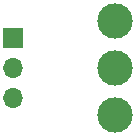
<source format=gbr>
%TF.GenerationSoftware,KiCad,Pcbnew,(7.0.0-0)*%
%TF.CreationDate,2023-05-15T11:59:22-04:00*%
%TF.ProjectId,4dapter-N64Board-KiCad,34646170-7465-4722-9d4e-3634426f6172,rev?*%
%TF.SameCoordinates,Original*%
%TF.FileFunction,Soldermask,Top*%
%TF.FilePolarity,Negative*%
%FSLAX46Y46*%
G04 Gerber Fmt 4.6, Leading zero omitted, Abs format (unit mm)*
G04 Created by KiCad (PCBNEW (7.0.0-0)) date 2023-05-15 11:59:22*
%MOMM*%
%LPD*%
G01*
G04 APERTURE LIST*
%ADD10C,3.000000*%
%ADD11R,1.700000X1.700000*%
%ADD12O,1.700000X1.700000*%
G04 APERTURE END LIST*
D10*
%TO.C,U3*%
X129210000Y-65990000D03*
X129210000Y-69990000D03*
X129210000Y-73990000D03*
%TD*%
D11*
%TO.C,REF\u002A\u002A*%
X120607499Y-67474999D03*
D12*
X120607499Y-70014999D03*
X120607499Y-72554999D03*
%TD*%
M02*

</source>
